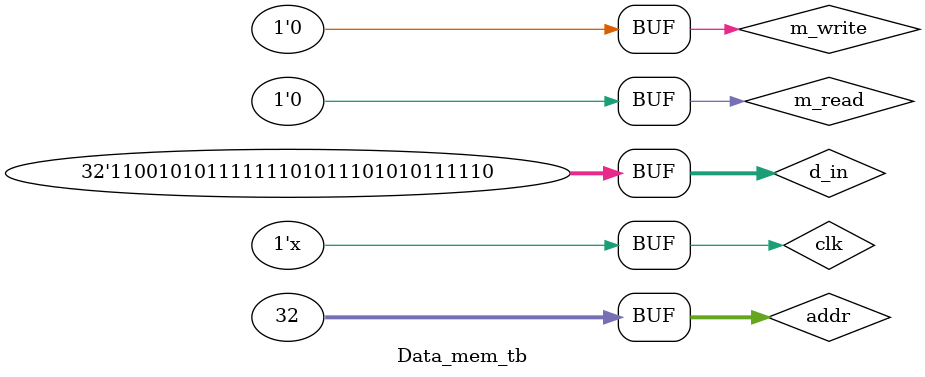
<source format=v>
`timescale 1ns / 1ps

module Data_mem_tb;

    // Testbench signals
    reg clk;
    reg m_read;
    reg m_write;
    reg [31:0] addr;
    reg [31:0] d_in;
    wire [31:0] d_out;

    // Instantiate your Data_mem module
    Data_mem uut (
        .clk(clk),
        .m_read(m_read),
        .m_write(m_write),
        .addr(addr),
        .d_in(d_in),
        .d_out(d_out)
    );

    // Clock generation: 10ns clock period
    always #5 clk = ~clk;

    initial begin
        // Initialize signals
        clk = 0;
        m_read = 0;
        m_write = 0;
        addr = 0;
        d_in = 0;


        #10;
        addr = 32'h00000010;
        d_in = 32'hDEADBEEF;
        m_write = 1;
        #10;                 
        m_write = 0;

        #10;
        addr = 32'h00000010;
        m_read = 1;
        #10;
        m_read = 0;

        #10;
        addr = 32'h00000020;
        d_in = 32'hCAFEBABE;
        m_write = 1;
        #10;
        m_write = 0;

        #10;
        addr = 32'h00000020;
        m_read = 1;
        #10;
        m_read = 0;

    end

endmodule

</source>
